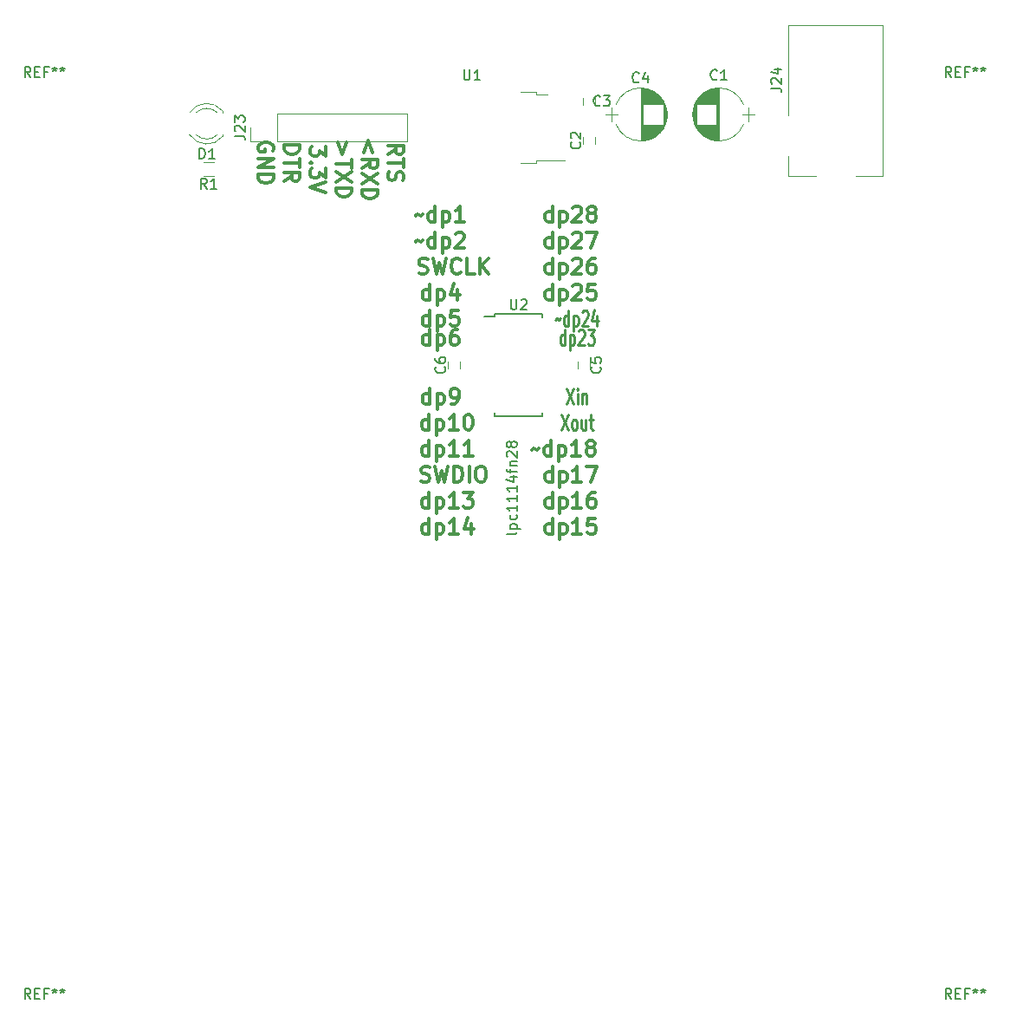
<source format=gbr>
G04 #@! TF.FileFunction,Legend,Top*
%FSLAX46Y46*%
G04 Gerber Fmt 4.6, Leading zero omitted, Abs format (unit mm)*
G04 Created by KiCad (PCBNEW 4.0.6) date 07/25/17 01:14:20*
%MOMM*%
%LPD*%
G01*
G04 APERTURE LIST*
%ADD10C,0.100000*%
%ADD11C,0.300000*%
%ADD12C,0.250000*%
%ADD13C,0.120000*%
%ADD14C,0.150000*%
G04 APERTURE END LIST*
D10*
D11*
X111875000Y-83312143D02*
X111946429Y-83169286D01*
X111946429Y-82955000D01*
X111875000Y-82740715D01*
X111732143Y-82597857D01*
X111589286Y-82526429D01*
X111303571Y-82455000D01*
X111089286Y-82455000D01*
X110803571Y-82526429D01*
X110660714Y-82597857D01*
X110517857Y-82740715D01*
X110446429Y-82955000D01*
X110446429Y-83097857D01*
X110517857Y-83312143D01*
X110589286Y-83383572D01*
X111089286Y-83383572D01*
X111089286Y-83097857D01*
X110446429Y-84026429D02*
X111946429Y-84026429D01*
X110446429Y-84883572D01*
X111946429Y-84883572D01*
X110446429Y-85597858D02*
X111946429Y-85597858D01*
X111946429Y-85955001D01*
X111875000Y-86169286D01*
X111732143Y-86312144D01*
X111589286Y-86383572D01*
X111303571Y-86455001D01*
X111089286Y-86455001D01*
X110803571Y-86383572D01*
X110660714Y-86312144D01*
X110517857Y-86169286D01*
X110446429Y-85955001D01*
X110446429Y-85597858D01*
X112986429Y-82740715D02*
X114486429Y-82740715D01*
X114486429Y-83097858D01*
X114415000Y-83312143D01*
X114272143Y-83455001D01*
X114129286Y-83526429D01*
X113843571Y-83597858D01*
X113629286Y-83597858D01*
X113343571Y-83526429D01*
X113200714Y-83455001D01*
X113057857Y-83312143D01*
X112986429Y-83097858D01*
X112986429Y-82740715D01*
X114486429Y-84026429D02*
X114486429Y-84883572D01*
X112986429Y-84455001D02*
X114486429Y-84455001D01*
X112986429Y-86240715D02*
X113700714Y-85740715D01*
X112986429Y-85383572D02*
X114486429Y-85383572D01*
X114486429Y-85955000D01*
X114415000Y-86097858D01*
X114343571Y-86169286D01*
X114200714Y-86240715D01*
X113986429Y-86240715D01*
X113843571Y-86169286D01*
X113772143Y-86097858D01*
X113700714Y-85955000D01*
X113700714Y-85383572D01*
X117026429Y-82875715D02*
X117026429Y-83804286D01*
X116455000Y-83304286D01*
X116455000Y-83518572D01*
X116383571Y-83661429D01*
X116312143Y-83732858D01*
X116169286Y-83804286D01*
X115812143Y-83804286D01*
X115669286Y-83732858D01*
X115597857Y-83661429D01*
X115526429Y-83518572D01*
X115526429Y-83090000D01*
X115597857Y-82947143D01*
X115669286Y-82875715D01*
X115669286Y-84447143D02*
X115597857Y-84518571D01*
X115526429Y-84447143D01*
X115597857Y-84375714D01*
X115669286Y-84447143D01*
X115526429Y-84447143D01*
X117026429Y-85018572D02*
X117026429Y-85947143D01*
X116455000Y-85447143D01*
X116455000Y-85661429D01*
X116383571Y-85804286D01*
X116312143Y-85875715D01*
X116169286Y-85947143D01*
X115812143Y-85947143D01*
X115669286Y-85875715D01*
X115597857Y-85804286D01*
X115526429Y-85661429D01*
X115526429Y-85232857D01*
X115597857Y-85090000D01*
X115669286Y-85018572D01*
X117026429Y-86375714D02*
X115526429Y-86875714D01*
X117026429Y-87375714D01*
X119066429Y-82482858D02*
X118637857Y-83625715D01*
X118209286Y-82482858D01*
X119566429Y-84125715D02*
X119566429Y-84982858D01*
X118066429Y-84554287D02*
X119566429Y-84554287D01*
X119566429Y-85340001D02*
X118066429Y-86340001D01*
X119566429Y-86340001D02*
X118066429Y-85340001D01*
X118066429Y-86911429D02*
X119566429Y-86911429D01*
X119566429Y-87268572D01*
X119495000Y-87482857D01*
X119352143Y-87625715D01*
X119209286Y-87697143D01*
X118923571Y-87768572D01*
X118709286Y-87768572D01*
X118423571Y-87697143D01*
X118280714Y-87625715D01*
X118137857Y-87482857D01*
X118066429Y-87268572D01*
X118066429Y-86911429D01*
X121606429Y-83447143D02*
X121177857Y-82304286D01*
X120749286Y-83447143D01*
X120606429Y-85018572D02*
X121320714Y-84518572D01*
X120606429Y-84161429D02*
X122106429Y-84161429D01*
X122106429Y-84732857D01*
X122035000Y-84875715D01*
X121963571Y-84947143D01*
X121820714Y-85018572D01*
X121606429Y-85018572D01*
X121463571Y-84947143D01*
X121392143Y-84875715D01*
X121320714Y-84732857D01*
X121320714Y-84161429D01*
X122106429Y-85518572D02*
X120606429Y-86518572D01*
X122106429Y-86518572D02*
X120606429Y-85518572D01*
X120606429Y-87090000D02*
X122106429Y-87090000D01*
X122106429Y-87447143D01*
X122035000Y-87661428D01*
X121892143Y-87804286D01*
X121749286Y-87875714D01*
X121463571Y-87947143D01*
X121249286Y-87947143D01*
X120963571Y-87875714D01*
X120820714Y-87804286D01*
X120677857Y-87661428D01*
X120606429Y-87447143D01*
X120606429Y-87090000D01*
X123146429Y-83633572D02*
X123860714Y-83133572D01*
X123146429Y-82776429D02*
X124646429Y-82776429D01*
X124646429Y-83347857D01*
X124575000Y-83490715D01*
X124503571Y-83562143D01*
X124360714Y-83633572D01*
X124146429Y-83633572D01*
X124003571Y-83562143D01*
X123932143Y-83490715D01*
X123860714Y-83347857D01*
X123860714Y-82776429D01*
X124646429Y-84062143D02*
X124646429Y-84919286D01*
X123146429Y-84490715D02*
X124646429Y-84490715D01*
X123217857Y-85347857D02*
X123146429Y-85562143D01*
X123146429Y-85919286D01*
X123217857Y-86062143D01*
X123289286Y-86133572D01*
X123432143Y-86205000D01*
X123575000Y-86205000D01*
X123717857Y-86133572D01*
X123789286Y-86062143D01*
X123860714Y-85919286D01*
X123932143Y-85633572D01*
X124003571Y-85490714D01*
X124075000Y-85419286D01*
X124217857Y-85347857D01*
X124360714Y-85347857D01*
X124503571Y-85419286D01*
X124575000Y-85490714D01*
X124646429Y-85633572D01*
X124646429Y-85990714D01*
X124575000Y-86205000D01*
X139184286Y-90213571D02*
X139184286Y-88713571D01*
X139184286Y-90142143D02*
X139041429Y-90213571D01*
X138755715Y-90213571D01*
X138612857Y-90142143D01*
X138541429Y-90070714D01*
X138470000Y-89927857D01*
X138470000Y-89499286D01*
X138541429Y-89356429D01*
X138612857Y-89285000D01*
X138755715Y-89213571D01*
X139041429Y-89213571D01*
X139184286Y-89285000D01*
X139898572Y-89213571D02*
X139898572Y-90713571D01*
X139898572Y-89285000D02*
X140041429Y-89213571D01*
X140327143Y-89213571D01*
X140470000Y-89285000D01*
X140541429Y-89356429D01*
X140612858Y-89499286D01*
X140612858Y-89927857D01*
X140541429Y-90070714D01*
X140470000Y-90142143D01*
X140327143Y-90213571D01*
X140041429Y-90213571D01*
X139898572Y-90142143D01*
X141184286Y-88856429D02*
X141255715Y-88785000D01*
X141398572Y-88713571D01*
X141755715Y-88713571D01*
X141898572Y-88785000D01*
X141970001Y-88856429D01*
X142041429Y-88999286D01*
X142041429Y-89142143D01*
X141970001Y-89356429D01*
X141112858Y-90213571D01*
X142041429Y-90213571D01*
X142898572Y-89356429D02*
X142755714Y-89285000D01*
X142684286Y-89213571D01*
X142612857Y-89070714D01*
X142612857Y-88999286D01*
X142684286Y-88856429D01*
X142755714Y-88785000D01*
X142898572Y-88713571D01*
X143184286Y-88713571D01*
X143327143Y-88785000D01*
X143398572Y-88856429D01*
X143470000Y-88999286D01*
X143470000Y-89070714D01*
X143398572Y-89213571D01*
X143327143Y-89285000D01*
X143184286Y-89356429D01*
X142898572Y-89356429D01*
X142755714Y-89427857D01*
X142684286Y-89499286D01*
X142612857Y-89642143D01*
X142612857Y-89927857D01*
X142684286Y-90070714D01*
X142755714Y-90142143D01*
X142898572Y-90213571D01*
X143184286Y-90213571D01*
X143327143Y-90142143D01*
X143398572Y-90070714D01*
X143470000Y-89927857D01*
X143470000Y-89642143D01*
X143398572Y-89499286D01*
X143327143Y-89427857D01*
X143184286Y-89356429D01*
X127119286Y-120693571D02*
X127119286Y-119193571D01*
X127119286Y-120622143D02*
X126976429Y-120693571D01*
X126690715Y-120693571D01*
X126547857Y-120622143D01*
X126476429Y-120550714D01*
X126405000Y-120407857D01*
X126405000Y-119979286D01*
X126476429Y-119836429D01*
X126547857Y-119765000D01*
X126690715Y-119693571D01*
X126976429Y-119693571D01*
X127119286Y-119765000D01*
X127833572Y-119693571D02*
X127833572Y-121193571D01*
X127833572Y-119765000D02*
X127976429Y-119693571D01*
X128262143Y-119693571D01*
X128405000Y-119765000D01*
X128476429Y-119836429D01*
X128547858Y-119979286D01*
X128547858Y-120407857D01*
X128476429Y-120550714D01*
X128405000Y-120622143D01*
X128262143Y-120693571D01*
X127976429Y-120693571D01*
X127833572Y-120622143D01*
X129976429Y-120693571D02*
X129119286Y-120693571D01*
X129547858Y-120693571D02*
X129547858Y-119193571D01*
X129405001Y-119407857D01*
X129262143Y-119550714D01*
X129119286Y-119622143D01*
X131262143Y-119693571D02*
X131262143Y-120693571D01*
X130905000Y-119122143D02*
X130547857Y-120193571D01*
X131476429Y-120193571D01*
X127119286Y-118153571D02*
X127119286Y-116653571D01*
X127119286Y-118082143D02*
X126976429Y-118153571D01*
X126690715Y-118153571D01*
X126547857Y-118082143D01*
X126476429Y-118010714D01*
X126405000Y-117867857D01*
X126405000Y-117439286D01*
X126476429Y-117296429D01*
X126547857Y-117225000D01*
X126690715Y-117153571D01*
X126976429Y-117153571D01*
X127119286Y-117225000D01*
X127833572Y-117153571D02*
X127833572Y-118653571D01*
X127833572Y-117225000D02*
X127976429Y-117153571D01*
X128262143Y-117153571D01*
X128405000Y-117225000D01*
X128476429Y-117296429D01*
X128547858Y-117439286D01*
X128547858Y-117867857D01*
X128476429Y-118010714D01*
X128405000Y-118082143D01*
X128262143Y-118153571D01*
X127976429Y-118153571D01*
X127833572Y-118082143D01*
X129976429Y-118153571D02*
X129119286Y-118153571D01*
X129547858Y-118153571D02*
X129547858Y-116653571D01*
X129405001Y-116867857D01*
X129262143Y-117010714D01*
X129119286Y-117082143D01*
X130476429Y-116653571D02*
X131405000Y-116653571D01*
X130905000Y-117225000D01*
X131119286Y-117225000D01*
X131262143Y-117296429D01*
X131333572Y-117367857D01*
X131405000Y-117510714D01*
X131405000Y-117867857D01*
X131333572Y-118010714D01*
X131262143Y-118082143D01*
X131119286Y-118153571D01*
X130690714Y-118153571D01*
X130547857Y-118082143D01*
X130476429Y-118010714D01*
X126361428Y-115542143D02*
X126575714Y-115613571D01*
X126932857Y-115613571D01*
X127075714Y-115542143D01*
X127147143Y-115470714D01*
X127218571Y-115327857D01*
X127218571Y-115185000D01*
X127147143Y-115042143D01*
X127075714Y-114970714D01*
X126932857Y-114899286D01*
X126647143Y-114827857D01*
X126504285Y-114756429D01*
X126432857Y-114685000D01*
X126361428Y-114542143D01*
X126361428Y-114399286D01*
X126432857Y-114256429D01*
X126504285Y-114185000D01*
X126647143Y-114113571D01*
X127004285Y-114113571D01*
X127218571Y-114185000D01*
X127718571Y-114113571D02*
X128075714Y-115613571D01*
X128361428Y-114542143D01*
X128647142Y-115613571D01*
X129004285Y-114113571D01*
X129575714Y-115613571D02*
X129575714Y-114113571D01*
X129932857Y-114113571D01*
X130147142Y-114185000D01*
X130290000Y-114327857D01*
X130361428Y-114470714D01*
X130432857Y-114756429D01*
X130432857Y-114970714D01*
X130361428Y-115256429D01*
X130290000Y-115399286D01*
X130147142Y-115542143D01*
X129932857Y-115613571D01*
X129575714Y-115613571D01*
X131075714Y-115613571D02*
X131075714Y-114113571D01*
X132075714Y-114113571D02*
X132361428Y-114113571D01*
X132504286Y-114185000D01*
X132647143Y-114327857D01*
X132718571Y-114613571D01*
X132718571Y-115113571D01*
X132647143Y-115399286D01*
X132504286Y-115542143D01*
X132361428Y-115613571D01*
X132075714Y-115613571D01*
X131932857Y-115542143D01*
X131790000Y-115399286D01*
X131718571Y-115113571D01*
X131718571Y-114613571D01*
X131790000Y-114327857D01*
X131932857Y-114185000D01*
X132075714Y-114113571D01*
X127119286Y-113073571D02*
X127119286Y-111573571D01*
X127119286Y-113002143D02*
X126976429Y-113073571D01*
X126690715Y-113073571D01*
X126547857Y-113002143D01*
X126476429Y-112930714D01*
X126405000Y-112787857D01*
X126405000Y-112359286D01*
X126476429Y-112216429D01*
X126547857Y-112145000D01*
X126690715Y-112073571D01*
X126976429Y-112073571D01*
X127119286Y-112145000D01*
X127833572Y-112073571D02*
X127833572Y-113573571D01*
X127833572Y-112145000D02*
X127976429Y-112073571D01*
X128262143Y-112073571D01*
X128405000Y-112145000D01*
X128476429Y-112216429D01*
X128547858Y-112359286D01*
X128547858Y-112787857D01*
X128476429Y-112930714D01*
X128405000Y-113002143D01*
X128262143Y-113073571D01*
X127976429Y-113073571D01*
X127833572Y-113002143D01*
X129976429Y-113073571D02*
X129119286Y-113073571D01*
X129547858Y-113073571D02*
X129547858Y-111573571D01*
X129405001Y-111787857D01*
X129262143Y-111930714D01*
X129119286Y-112002143D01*
X131405000Y-113073571D02*
X130547857Y-113073571D01*
X130976429Y-113073571D02*
X130976429Y-111573571D01*
X130833572Y-111787857D01*
X130690714Y-111930714D01*
X130547857Y-112002143D01*
X127119286Y-110533571D02*
X127119286Y-109033571D01*
X127119286Y-110462143D02*
X126976429Y-110533571D01*
X126690715Y-110533571D01*
X126547857Y-110462143D01*
X126476429Y-110390714D01*
X126405000Y-110247857D01*
X126405000Y-109819286D01*
X126476429Y-109676429D01*
X126547857Y-109605000D01*
X126690715Y-109533571D01*
X126976429Y-109533571D01*
X127119286Y-109605000D01*
X127833572Y-109533571D02*
X127833572Y-111033571D01*
X127833572Y-109605000D02*
X127976429Y-109533571D01*
X128262143Y-109533571D01*
X128405000Y-109605000D01*
X128476429Y-109676429D01*
X128547858Y-109819286D01*
X128547858Y-110247857D01*
X128476429Y-110390714D01*
X128405000Y-110462143D01*
X128262143Y-110533571D01*
X127976429Y-110533571D01*
X127833572Y-110462143D01*
X129976429Y-110533571D02*
X129119286Y-110533571D01*
X129547858Y-110533571D02*
X129547858Y-109033571D01*
X129405001Y-109247857D01*
X129262143Y-109390714D01*
X129119286Y-109462143D01*
X130905000Y-109033571D02*
X131047857Y-109033571D01*
X131190714Y-109105000D01*
X131262143Y-109176429D01*
X131333572Y-109319286D01*
X131405000Y-109605000D01*
X131405000Y-109962143D01*
X131333572Y-110247857D01*
X131262143Y-110390714D01*
X131190714Y-110462143D01*
X131047857Y-110533571D01*
X130905000Y-110533571D01*
X130762143Y-110462143D01*
X130690714Y-110390714D01*
X130619286Y-110247857D01*
X130547857Y-109962143D01*
X130547857Y-109605000D01*
X130619286Y-109319286D01*
X130690714Y-109176429D01*
X130762143Y-109105000D01*
X130905000Y-109033571D01*
X127198572Y-107993571D02*
X127198572Y-106493571D01*
X127198572Y-107922143D02*
X127055715Y-107993571D01*
X126770001Y-107993571D01*
X126627143Y-107922143D01*
X126555715Y-107850714D01*
X126484286Y-107707857D01*
X126484286Y-107279286D01*
X126555715Y-107136429D01*
X126627143Y-107065000D01*
X126770001Y-106993571D01*
X127055715Y-106993571D01*
X127198572Y-107065000D01*
X127912858Y-106993571D02*
X127912858Y-108493571D01*
X127912858Y-107065000D02*
X128055715Y-106993571D01*
X128341429Y-106993571D01*
X128484286Y-107065000D01*
X128555715Y-107136429D01*
X128627144Y-107279286D01*
X128627144Y-107707857D01*
X128555715Y-107850714D01*
X128484286Y-107922143D01*
X128341429Y-107993571D01*
X128055715Y-107993571D01*
X127912858Y-107922143D01*
X129341429Y-107993571D02*
X129627144Y-107993571D01*
X129770001Y-107922143D01*
X129841429Y-107850714D01*
X129984287Y-107636429D01*
X130055715Y-107350714D01*
X130055715Y-106779286D01*
X129984287Y-106636429D01*
X129912858Y-106565000D01*
X129770001Y-106493571D01*
X129484287Y-106493571D01*
X129341429Y-106565000D01*
X129270001Y-106636429D01*
X129198572Y-106779286D01*
X129198572Y-107136429D01*
X129270001Y-107279286D01*
X129341429Y-107350714D01*
X129484287Y-107422143D01*
X129770001Y-107422143D01*
X129912858Y-107350714D01*
X129984287Y-107279286D01*
X130055715Y-107136429D01*
X127198572Y-102278571D02*
X127198572Y-100778571D01*
X127198572Y-102207143D02*
X127055715Y-102278571D01*
X126770001Y-102278571D01*
X126627143Y-102207143D01*
X126555715Y-102135714D01*
X126484286Y-101992857D01*
X126484286Y-101564286D01*
X126555715Y-101421429D01*
X126627143Y-101350000D01*
X126770001Y-101278571D01*
X127055715Y-101278571D01*
X127198572Y-101350000D01*
X127912858Y-101278571D02*
X127912858Y-102778571D01*
X127912858Y-101350000D02*
X128055715Y-101278571D01*
X128341429Y-101278571D01*
X128484286Y-101350000D01*
X128555715Y-101421429D01*
X128627144Y-101564286D01*
X128627144Y-101992857D01*
X128555715Y-102135714D01*
X128484286Y-102207143D01*
X128341429Y-102278571D01*
X128055715Y-102278571D01*
X127912858Y-102207143D01*
X129912858Y-100778571D02*
X129627144Y-100778571D01*
X129484287Y-100850000D01*
X129412858Y-100921429D01*
X129270001Y-101135714D01*
X129198572Y-101421429D01*
X129198572Y-101992857D01*
X129270001Y-102135714D01*
X129341429Y-102207143D01*
X129484287Y-102278571D01*
X129770001Y-102278571D01*
X129912858Y-102207143D01*
X129984287Y-102135714D01*
X130055715Y-101992857D01*
X130055715Y-101635714D01*
X129984287Y-101492857D01*
X129912858Y-101421429D01*
X129770001Y-101350000D01*
X129484287Y-101350000D01*
X129341429Y-101421429D01*
X129270001Y-101492857D01*
X129198572Y-101635714D01*
X127198572Y-100373571D02*
X127198572Y-98873571D01*
X127198572Y-100302143D02*
X127055715Y-100373571D01*
X126770001Y-100373571D01*
X126627143Y-100302143D01*
X126555715Y-100230714D01*
X126484286Y-100087857D01*
X126484286Y-99659286D01*
X126555715Y-99516429D01*
X126627143Y-99445000D01*
X126770001Y-99373571D01*
X127055715Y-99373571D01*
X127198572Y-99445000D01*
X127912858Y-99373571D02*
X127912858Y-100873571D01*
X127912858Y-99445000D02*
X128055715Y-99373571D01*
X128341429Y-99373571D01*
X128484286Y-99445000D01*
X128555715Y-99516429D01*
X128627144Y-99659286D01*
X128627144Y-100087857D01*
X128555715Y-100230714D01*
X128484286Y-100302143D01*
X128341429Y-100373571D01*
X128055715Y-100373571D01*
X127912858Y-100302143D01*
X129984287Y-98873571D02*
X129270001Y-98873571D01*
X129198572Y-99587857D01*
X129270001Y-99516429D01*
X129412858Y-99445000D01*
X129770001Y-99445000D01*
X129912858Y-99516429D01*
X129984287Y-99587857D01*
X130055715Y-99730714D01*
X130055715Y-100087857D01*
X129984287Y-100230714D01*
X129912858Y-100302143D01*
X129770001Y-100373571D01*
X129412858Y-100373571D01*
X129270001Y-100302143D01*
X129198572Y-100230714D01*
X127198572Y-97833571D02*
X127198572Y-96333571D01*
X127198572Y-97762143D02*
X127055715Y-97833571D01*
X126770001Y-97833571D01*
X126627143Y-97762143D01*
X126555715Y-97690714D01*
X126484286Y-97547857D01*
X126484286Y-97119286D01*
X126555715Y-96976429D01*
X126627143Y-96905000D01*
X126770001Y-96833571D01*
X127055715Y-96833571D01*
X127198572Y-96905000D01*
X127912858Y-96833571D02*
X127912858Y-98333571D01*
X127912858Y-96905000D02*
X128055715Y-96833571D01*
X128341429Y-96833571D01*
X128484286Y-96905000D01*
X128555715Y-96976429D01*
X128627144Y-97119286D01*
X128627144Y-97547857D01*
X128555715Y-97690714D01*
X128484286Y-97762143D01*
X128341429Y-97833571D01*
X128055715Y-97833571D01*
X127912858Y-97762143D01*
X129912858Y-96833571D02*
X129912858Y-97833571D01*
X129555715Y-96262143D02*
X129198572Y-97333571D01*
X130127144Y-97333571D01*
X126147143Y-95222143D02*
X126361429Y-95293571D01*
X126718572Y-95293571D01*
X126861429Y-95222143D01*
X126932858Y-95150714D01*
X127004286Y-95007857D01*
X127004286Y-94865000D01*
X126932858Y-94722143D01*
X126861429Y-94650714D01*
X126718572Y-94579286D01*
X126432858Y-94507857D01*
X126290000Y-94436429D01*
X126218572Y-94365000D01*
X126147143Y-94222143D01*
X126147143Y-94079286D01*
X126218572Y-93936429D01*
X126290000Y-93865000D01*
X126432858Y-93793571D01*
X126790000Y-93793571D01*
X127004286Y-93865000D01*
X127504286Y-93793571D02*
X127861429Y-95293571D01*
X128147143Y-94222143D01*
X128432857Y-95293571D01*
X128790000Y-93793571D01*
X130218572Y-95150714D02*
X130147143Y-95222143D01*
X129932857Y-95293571D01*
X129790000Y-95293571D01*
X129575715Y-95222143D01*
X129432857Y-95079286D01*
X129361429Y-94936429D01*
X129290000Y-94650714D01*
X129290000Y-94436429D01*
X129361429Y-94150714D01*
X129432857Y-94007857D01*
X129575715Y-93865000D01*
X129790000Y-93793571D01*
X129932857Y-93793571D01*
X130147143Y-93865000D01*
X130218572Y-93936429D01*
X131575715Y-95293571D02*
X130861429Y-95293571D01*
X130861429Y-93793571D01*
X132075715Y-95293571D02*
X132075715Y-93793571D01*
X132932858Y-95293571D02*
X132290001Y-94436429D01*
X132932858Y-93793571D02*
X132075715Y-94650714D01*
X125805714Y-92182143D02*
X125877143Y-92110714D01*
X126020000Y-92039286D01*
X126305714Y-92182143D01*
X126448571Y-92110714D01*
X126520000Y-92039286D01*
X127734286Y-92753571D02*
X127734286Y-91253571D01*
X127734286Y-92682143D02*
X127591429Y-92753571D01*
X127305715Y-92753571D01*
X127162857Y-92682143D01*
X127091429Y-92610714D01*
X127020000Y-92467857D01*
X127020000Y-92039286D01*
X127091429Y-91896429D01*
X127162857Y-91825000D01*
X127305715Y-91753571D01*
X127591429Y-91753571D01*
X127734286Y-91825000D01*
X128448572Y-91753571D02*
X128448572Y-93253571D01*
X128448572Y-91825000D02*
X128591429Y-91753571D01*
X128877143Y-91753571D01*
X129020000Y-91825000D01*
X129091429Y-91896429D01*
X129162858Y-92039286D01*
X129162858Y-92467857D01*
X129091429Y-92610714D01*
X129020000Y-92682143D01*
X128877143Y-92753571D01*
X128591429Y-92753571D01*
X128448572Y-92682143D01*
X129734286Y-91396429D02*
X129805715Y-91325000D01*
X129948572Y-91253571D01*
X130305715Y-91253571D01*
X130448572Y-91325000D01*
X130520001Y-91396429D01*
X130591429Y-91539286D01*
X130591429Y-91682143D01*
X130520001Y-91896429D01*
X129662858Y-92753571D01*
X130591429Y-92753571D01*
X125805714Y-89642143D02*
X125877143Y-89570714D01*
X126020000Y-89499286D01*
X126305714Y-89642143D01*
X126448571Y-89570714D01*
X126520000Y-89499286D01*
X127734286Y-90213571D02*
X127734286Y-88713571D01*
X127734286Y-90142143D02*
X127591429Y-90213571D01*
X127305715Y-90213571D01*
X127162857Y-90142143D01*
X127091429Y-90070714D01*
X127020000Y-89927857D01*
X127020000Y-89499286D01*
X127091429Y-89356429D01*
X127162857Y-89285000D01*
X127305715Y-89213571D01*
X127591429Y-89213571D01*
X127734286Y-89285000D01*
X128448572Y-89213571D02*
X128448572Y-90713571D01*
X128448572Y-89285000D02*
X128591429Y-89213571D01*
X128877143Y-89213571D01*
X129020000Y-89285000D01*
X129091429Y-89356429D01*
X129162858Y-89499286D01*
X129162858Y-89927857D01*
X129091429Y-90070714D01*
X129020000Y-90142143D01*
X128877143Y-90213571D01*
X128591429Y-90213571D01*
X128448572Y-90142143D01*
X130591429Y-90213571D02*
X129734286Y-90213571D01*
X130162858Y-90213571D02*
X130162858Y-88713571D01*
X130020001Y-88927857D01*
X129877143Y-89070714D01*
X129734286Y-89142143D01*
D12*
X140414524Y-102278571D02*
X140414524Y-100778571D01*
X140414524Y-102207143D02*
X140319286Y-102278571D01*
X140128809Y-102278571D01*
X140033571Y-102207143D01*
X139985952Y-102135714D01*
X139938333Y-101992857D01*
X139938333Y-101564286D01*
X139985952Y-101421429D01*
X140033571Y-101350000D01*
X140128809Y-101278571D01*
X140319286Y-101278571D01*
X140414524Y-101350000D01*
X140890714Y-101278571D02*
X140890714Y-102778571D01*
X140890714Y-101350000D02*
X140985952Y-101278571D01*
X141176429Y-101278571D01*
X141271667Y-101350000D01*
X141319286Y-101421429D01*
X141366905Y-101564286D01*
X141366905Y-101992857D01*
X141319286Y-102135714D01*
X141271667Y-102207143D01*
X141176429Y-102278571D01*
X140985952Y-102278571D01*
X140890714Y-102207143D01*
X141747857Y-100921429D02*
X141795476Y-100850000D01*
X141890714Y-100778571D01*
X142128810Y-100778571D01*
X142224048Y-100850000D01*
X142271667Y-100921429D01*
X142319286Y-101064286D01*
X142319286Y-101207143D01*
X142271667Y-101421429D01*
X141700238Y-102278571D01*
X142319286Y-102278571D01*
X142652619Y-100778571D02*
X143271667Y-100778571D01*
X142938333Y-101350000D01*
X143081191Y-101350000D01*
X143176429Y-101421429D01*
X143224048Y-101492857D01*
X143271667Y-101635714D01*
X143271667Y-101992857D01*
X143224048Y-102135714D01*
X143176429Y-102207143D01*
X143081191Y-102278571D01*
X142795476Y-102278571D01*
X142700238Y-102207143D01*
X142652619Y-102135714D01*
X139485952Y-99802143D02*
X139533571Y-99730714D01*
X139628809Y-99659286D01*
X139819285Y-99802143D01*
X139914524Y-99730714D01*
X139962143Y-99659286D01*
X140771667Y-100373571D02*
X140771667Y-98873571D01*
X140771667Y-100302143D02*
X140676429Y-100373571D01*
X140485952Y-100373571D01*
X140390714Y-100302143D01*
X140343095Y-100230714D01*
X140295476Y-100087857D01*
X140295476Y-99659286D01*
X140343095Y-99516429D01*
X140390714Y-99445000D01*
X140485952Y-99373571D01*
X140676429Y-99373571D01*
X140771667Y-99445000D01*
X141247857Y-99373571D02*
X141247857Y-100873571D01*
X141247857Y-99445000D02*
X141343095Y-99373571D01*
X141533572Y-99373571D01*
X141628810Y-99445000D01*
X141676429Y-99516429D01*
X141724048Y-99659286D01*
X141724048Y-100087857D01*
X141676429Y-100230714D01*
X141628810Y-100302143D01*
X141533572Y-100373571D01*
X141343095Y-100373571D01*
X141247857Y-100302143D01*
X142105000Y-99016429D02*
X142152619Y-98945000D01*
X142247857Y-98873571D01*
X142485953Y-98873571D01*
X142581191Y-98945000D01*
X142628810Y-99016429D01*
X142676429Y-99159286D01*
X142676429Y-99302143D01*
X142628810Y-99516429D01*
X142057381Y-100373571D01*
X142676429Y-100373571D01*
X143533572Y-99373571D02*
X143533572Y-100373571D01*
X143295476Y-98802143D02*
X143057381Y-99873571D01*
X143676429Y-99873571D01*
D11*
X139184286Y-97833571D02*
X139184286Y-96333571D01*
X139184286Y-97762143D02*
X139041429Y-97833571D01*
X138755715Y-97833571D01*
X138612857Y-97762143D01*
X138541429Y-97690714D01*
X138470000Y-97547857D01*
X138470000Y-97119286D01*
X138541429Y-96976429D01*
X138612857Y-96905000D01*
X138755715Y-96833571D01*
X139041429Y-96833571D01*
X139184286Y-96905000D01*
X139898572Y-96833571D02*
X139898572Y-98333571D01*
X139898572Y-96905000D02*
X140041429Y-96833571D01*
X140327143Y-96833571D01*
X140470000Y-96905000D01*
X140541429Y-96976429D01*
X140612858Y-97119286D01*
X140612858Y-97547857D01*
X140541429Y-97690714D01*
X140470000Y-97762143D01*
X140327143Y-97833571D01*
X140041429Y-97833571D01*
X139898572Y-97762143D01*
X141184286Y-96476429D02*
X141255715Y-96405000D01*
X141398572Y-96333571D01*
X141755715Y-96333571D01*
X141898572Y-96405000D01*
X141970001Y-96476429D01*
X142041429Y-96619286D01*
X142041429Y-96762143D01*
X141970001Y-96976429D01*
X141112858Y-97833571D01*
X142041429Y-97833571D01*
X143398572Y-96333571D02*
X142684286Y-96333571D01*
X142612857Y-97047857D01*
X142684286Y-96976429D01*
X142827143Y-96905000D01*
X143184286Y-96905000D01*
X143327143Y-96976429D01*
X143398572Y-97047857D01*
X143470000Y-97190714D01*
X143470000Y-97547857D01*
X143398572Y-97690714D01*
X143327143Y-97762143D01*
X143184286Y-97833571D01*
X142827143Y-97833571D01*
X142684286Y-97762143D01*
X142612857Y-97690714D01*
X139184286Y-95293571D02*
X139184286Y-93793571D01*
X139184286Y-95222143D02*
X139041429Y-95293571D01*
X138755715Y-95293571D01*
X138612857Y-95222143D01*
X138541429Y-95150714D01*
X138470000Y-95007857D01*
X138470000Y-94579286D01*
X138541429Y-94436429D01*
X138612857Y-94365000D01*
X138755715Y-94293571D01*
X139041429Y-94293571D01*
X139184286Y-94365000D01*
X139898572Y-94293571D02*
X139898572Y-95793571D01*
X139898572Y-94365000D02*
X140041429Y-94293571D01*
X140327143Y-94293571D01*
X140470000Y-94365000D01*
X140541429Y-94436429D01*
X140612858Y-94579286D01*
X140612858Y-95007857D01*
X140541429Y-95150714D01*
X140470000Y-95222143D01*
X140327143Y-95293571D01*
X140041429Y-95293571D01*
X139898572Y-95222143D01*
X141184286Y-93936429D02*
X141255715Y-93865000D01*
X141398572Y-93793571D01*
X141755715Y-93793571D01*
X141898572Y-93865000D01*
X141970001Y-93936429D01*
X142041429Y-94079286D01*
X142041429Y-94222143D01*
X141970001Y-94436429D01*
X141112858Y-95293571D01*
X142041429Y-95293571D01*
X143327143Y-93793571D02*
X143041429Y-93793571D01*
X142898572Y-93865000D01*
X142827143Y-93936429D01*
X142684286Y-94150714D01*
X142612857Y-94436429D01*
X142612857Y-95007857D01*
X142684286Y-95150714D01*
X142755714Y-95222143D01*
X142898572Y-95293571D01*
X143184286Y-95293571D01*
X143327143Y-95222143D01*
X143398572Y-95150714D01*
X143470000Y-95007857D01*
X143470000Y-94650714D01*
X143398572Y-94507857D01*
X143327143Y-94436429D01*
X143184286Y-94365000D01*
X142898572Y-94365000D01*
X142755714Y-94436429D01*
X142684286Y-94507857D01*
X142612857Y-94650714D01*
X139184286Y-92753571D02*
X139184286Y-91253571D01*
X139184286Y-92682143D02*
X139041429Y-92753571D01*
X138755715Y-92753571D01*
X138612857Y-92682143D01*
X138541429Y-92610714D01*
X138470000Y-92467857D01*
X138470000Y-92039286D01*
X138541429Y-91896429D01*
X138612857Y-91825000D01*
X138755715Y-91753571D01*
X139041429Y-91753571D01*
X139184286Y-91825000D01*
X139898572Y-91753571D02*
X139898572Y-93253571D01*
X139898572Y-91825000D02*
X140041429Y-91753571D01*
X140327143Y-91753571D01*
X140470000Y-91825000D01*
X140541429Y-91896429D01*
X140612858Y-92039286D01*
X140612858Y-92467857D01*
X140541429Y-92610714D01*
X140470000Y-92682143D01*
X140327143Y-92753571D01*
X140041429Y-92753571D01*
X139898572Y-92682143D01*
X141184286Y-91396429D02*
X141255715Y-91325000D01*
X141398572Y-91253571D01*
X141755715Y-91253571D01*
X141898572Y-91325000D01*
X141970001Y-91396429D01*
X142041429Y-91539286D01*
X142041429Y-91682143D01*
X141970001Y-91896429D01*
X141112858Y-92753571D01*
X142041429Y-92753571D01*
X142541429Y-91253571D02*
X143541429Y-91253571D01*
X142898572Y-92753571D01*
X139184286Y-90213571D02*
X139184286Y-88713571D01*
X139184286Y-90142143D02*
X139041429Y-90213571D01*
X138755715Y-90213571D01*
X138612857Y-90142143D01*
X138541429Y-90070714D01*
X138470000Y-89927857D01*
X138470000Y-89499286D01*
X138541429Y-89356429D01*
X138612857Y-89285000D01*
X138755715Y-89213571D01*
X139041429Y-89213571D01*
X139184286Y-89285000D01*
X139898572Y-89213571D02*
X139898572Y-90713571D01*
X139898572Y-89285000D02*
X140041429Y-89213571D01*
X140327143Y-89213571D01*
X140470000Y-89285000D01*
X140541429Y-89356429D01*
X140612858Y-89499286D01*
X140612858Y-89927857D01*
X140541429Y-90070714D01*
X140470000Y-90142143D01*
X140327143Y-90213571D01*
X140041429Y-90213571D01*
X139898572Y-90142143D01*
X141184286Y-88856429D02*
X141255715Y-88785000D01*
X141398572Y-88713571D01*
X141755715Y-88713571D01*
X141898572Y-88785000D01*
X141970001Y-88856429D01*
X142041429Y-88999286D01*
X142041429Y-89142143D01*
X141970001Y-89356429D01*
X141112858Y-90213571D01*
X142041429Y-90213571D01*
X142898572Y-89356429D02*
X142755714Y-89285000D01*
X142684286Y-89213571D01*
X142612857Y-89070714D01*
X142612857Y-88999286D01*
X142684286Y-88856429D01*
X142755714Y-88785000D01*
X142898572Y-88713571D01*
X143184286Y-88713571D01*
X143327143Y-88785000D01*
X143398572Y-88856429D01*
X143470000Y-88999286D01*
X143470000Y-89070714D01*
X143398572Y-89213571D01*
X143327143Y-89285000D01*
X143184286Y-89356429D01*
X142898572Y-89356429D01*
X142755714Y-89427857D01*
X142684286Y-89499286D01*
X142612857Y-89642143D01*
X142612857Y-89927857D01*
X142684286Y-90070714D01*
X142755714Y-90142143D01*
X142898572Y-90213571D01*
X143184286Y-90213571D01*
X143327143Y-90142143D01*
X143398572Y-90070714D01*
X143470000Y-89927857D01*
X143470000Y-89642143D01*
X143398572Y-89499286D01*
X143327143Y-89427857D01*
X143184286Y-89356429D01*
D12*
X140581191Y-106493571D02*
X141247858Y-107993571D01*
X141247858Y-106493571D02*
X140581191Y-107993571D01*
X141628810Y-107993571D02*
X141628810Y-106993571D01*
X141628810Y-106493571D02*
X141581191Y-106565000D01*
X141628810Y-106636429D01*
X141676429Y-106565000D01*
X141628810Y-106493571D01*
X141628810Y-106636429D01*
X142105000Y-106993571D02*
X142105000Y-107993571D01*
X142105000Y-107136429D02*
X142152619Y-107065000D01*
X142247857Y-106993571D01*
X142390715Y-106993571D01*
X142485953Y-107065000D01*
X142533572Y-107207857D01*
X142533572Y-107993571D01*
X140081190Y-109033571D02*
X140747857Y-110533571D01*
X140747857Y-109033571D02*
X140081190Y-110533571D01*
X141271666Y-110533571D02*
X141176428Y-110462143D01*
X141128809Y-110390714D01*
X141081190Y-110247857D01*
X141081190Y-109819286D01*
X141128809Y-109676429D01*
X141176428Y-109605000D01*
X141271666Y-109533571D01*
X141414524Y-109533571D01*
X141509762Y-109605000D01*
X141557381Y-109676429D01*
X141605000Y-109819286D01*
X141605000Y-110247857D01*
X141557381Y-110390714D01*
X141509762Y-110462143D01*
X141414524Y-110533571D01*
X141271666Y-110533571D01*
X142462143Y-109533571D02*
X142462143Y-110533571D01*
X142033571Y-109533571D02*
X142033571Y-110319286D01*
X142081190Y-110462143D01*
X142176428Y-110533571D01*
X142319286Y-110533571D01*
X142414524Y-110462143D01*
X142462143Y-110390714D01*
X142795476Y-109533571D02*
X143176428Y-109533571D01*
X142938333Y-109033571D02*
X142938333Y-110319286D01*
X142985952Y-110462143D01*
X143081190Y-110533571D01*
X143176428Y-110533571D01*
D11*
X137156429Y-112502143D02*
X137227858Y-112430714D01*
X137370715Y-112359286D01*
X137656429Y-112502143D01*
X137799286Y-112430714D01*
X137870715Y-112359286D01*
X139085001Y-113073571D02*
X139085001Y-111573571D01*
X139085001Y-113002143D02*
X138942144Y-113073571D01*
X138656430Y-113073571D01*
X138513572Y-113002143D01*
X138442144Y-112930714D01*
X138370715Y-112787857D01*
X138370715Y-112359286D01*
X138442144Y-112216429D01*
X138513572Y-112145000D01*
X138656430Y-112073571D01*
X138942144Y-112073571D01*
X139085001Y-112145000D01*
X139799287Y-112073571D02*
X139799287Y-113573571D01*
X139799287Y-112145000D02*
X139942144Y-112073571D01*
X140227858Y-112073571D01*
X140370715Y-112145000D01*
X140442144Y-112216429D01*
X140513573Y-112359286D01*
X140513573Y-112787857D01*
X140442144Y-112930714D01*
X140370715Y-113002143D01*
X140227858Y-113073571D01*
X139942144Y-113073571D01*
X139799287Y-113002143D01*
X141942144Y-113073571D02*
X141085001Y-113073571D01*
X141513573Y-113073571D02*
X141513573Y-111573571D01*
X141370716Y-111787857D01*
X141227858Y-111930714D01*
X141085001Y-112002143D01*
X142799287Y-112216429D02*
X142656429Y-112145000D01*
X142585001Y-112073571D01*
X142513572Y-111930714D01*
X142513572Y-111859286D01*
X142585001Y-111716429D01*
X142656429Y-111645000D01*
X142799287Y-111573571D01*
X143085001Y-111573571D01*
X143227858Y-111645000D01*
X143299287Y-111716429D01*
X143370715Y-111859286D01*
X143370715Y-111930714D01*
X143299287Y-112073571D01*
X143227858Y-112145000D01*
X143085001Y-112216429D01*
X142799287Y-112216429D01*
X142656429Y-112287857D01*
X142585001Y-112359286D01*
X142513572Y-112502143D01*
X142513572Y-112787857D01*
X142585001Y-112930714D01*
X142656429Y-113002143D01*
X142799287Y-113073571D01*
X143085001Y-113073571D01*
X143227858Y-113002143D01*
X143299287Y-112930714D01*
X143370715Y-112787857D01*
X143370715Y-112502143D01*
X143299287Y-112359286D01*
X143227858Y-112287857D01*
X143085001Y-112216429D01*
X139184286Y-115613571D02*
X139184286Y-114113571D01*
X139184286Y-115542143D02*
X139041429Y-115613571D01*
X138755715Y-115613571D01*
X138612857Y-115542143D01*
X138541429Y-115470714D01*
X138470000Y-115327857D01*
X138470000Y-114899286D01*
X138541429Y-114756429D01*
X138612857Y-114685000D01*
X138755715Y-114613571D01*
X139041429Y-114613571D01*
X139184286Y-114685000D01*
X139898572Y-114613571D02*
X139898572Y-116113571D01*
X139898572Y-114685000D02*
X140041429Y-114613571D01*
X140327143Y-114613571D01*
X140470000Y-114685000D01*
X140541429Y-114756429D01*
X140612858Y-114899286D01*
X140612858Y-115327857D01*
X140541429Y-115470714D01*
X140470000Y-115542143D01*
X140327143Y-115613571D01*
X140041429Y-115613571D01*
X139898572Y-115542143D01*
X142041429Y-115613571D02*
X141184286Y-115613571D01*
X141612858Y-115613571D02*
X141612858Y-114113571D01*
X141470001Y-114327857D01*
X141327143Y-114470714D01*
X141184286Y-114542143D01*
X142541429Y-114113571D02*
X143541429Y-114113571D01*
X142898572Y-115613571D01*
X139184286Y-118153571D02*
X139184286Y-116653571D01*
X139184286Y-118082143D02*
X139041429Y-118153571D01*
X138755715Y-118153571D01*
X138612857Y-118082143D01*
X138541429Y-118010714D01*
X138470000Y-117867857D01*
X138470000Y-117439286D01*
X138541429Y-117296429D01*
X138612857Y-117225000D01*
X138755715Y-117153571D01*
X139041429Y-117153571D01*
X139184286Y-117225000D01*
X139898572Y-117153571D02*
X139898572Y-118653571D01*
X139898572Y-117225000D02*
X140041429Y-117153571D01*
X140327143Y-117153571D01*
X140470000Y-117225000D01*
X140541429Y-117296429D01*
X140612858Y-117439286D01*
X140612858Y-117867857D01*
X140541429Y-118010714D01*
X140470000Y-118082143D01*
X140327143Y-118153571D01*
X140041429Y-118153571D01*
X139898572Y-118082143D01*
X142041429Y-118153571D02*
X141184286Y-118153571D01*
X141612858Y-118153571D02*
X141612858Y-116653571D01*
X141470001Y-116867857D01*
X141327143Y-117010714D01*
X141184286Y-117082143D01*
X143327143Y-116653571D02*
X143041429Y-116653571D01*
X142898572Y-116725000D01*
X142827143Y-116796429D01*
X142684286Y-117010714D01*
X142612857Y-117296429D01*
X142612857Y-117867857D01*
X142684286Y-118010714D01*
X142755714Y-118082143D01*
X142898572Y-118153571D01*
X143184286Y-118153571D01*
X143327143Y-118082143D01*
X143398572Y-118010714D01*
X143470000Y-117867857D01*
X143470000Y-117510714D01*
X143398572Y-117367857D01*
X143327143Y-117296429D01*
X143184286Y-117225000D01*
X142898572Y-117225000D01*
X142755714Y-117296429D01*
X142684286Y-117367857D01*
X142612857Y-117510714D01*
X139184286Y-120693571D02*
X139184286Y-119193571D01*
X139184286Y-120622143D02*
X139041429Y-120693571D01*
X138755715Y-120693571D01*
X138612857Y-120622143D01*
X138541429Y-120550714D01*
X138470000Y-120407857D01*
X138470000Y-119979286D01*
X138541429Y-119836429D01*
X138612857Y-119765000D01*
X138755715Y-119693571D01*
X139041429Y-119693571D01*
X139184286Y-119765000D01*
X139898572Y-119693571D02*
X139898572Y-121193571D01*
X139898572Y-119765000D02*
X140041429Y-119693571D01*
X140327143Y-119693571D01*
X140470000Y-119765000D01*
X140541429Y-119836429D01*
X140612858Y-119979286D01*
X140612858Y-120407857D01*
X140541429Y-120550714D01*
X140470000Y-120622143D01*
X140327143Y-120693571D01*
X140041429Y-120693571D01*
X139898572Y-120622143D01*
X142041429Y-120693571D02*
X141184286Y-120693571D01*
X141612858Y-120693571D02*
X141612858Y-119193571D01*
X141470001Y-119407857D01*
X141327143Y-119550714D01*
X141184286Y-119622143D01*
X143398572Y-119193571D02*
X142684286Y-119193571D01*
X142612857Y-119907857D01*
X142684286Y-119836429D01*
X142827143Y-119765000D01*
X143184286Y-119765000D01*
X143327143Y-119836429D01*
X143398572Y-119907857D01*
X143470000Y-120050714D01*
X143470000Y-120407857D01*
X143398572Y-120550714D01*
X143327143Y-120622143D01*
X143184286Y-120693571D01*
X142827143Y-120693571D01*
X142684286Y-120622143D01*
X142612857Y-120550714D01*
D13*
X155470000Y-82290000D02*
X155470000Y-77190000D01*
X155430000Y-82290000D02*
X155430000Y-77190000D01*
X155390000Y-82289000D02*
X155390000Y-77191000D01*
X155350000Y-82288000D02*
X155350000Y-77192000D01*
X155310000Y-82286000D02*
X155310000Y-77194000D01*
X155270000Y-82283000D02*
X155270000Y-77197000D01*
X155230000Y-82279000D02*
X155230000Y-77201000D01*
X155190000Y-82275000D02*
X155190000Y-80720000D01*
X155190000Y-78760000D02*
X155190000Y-77205000D01*
X155150000Y-82271000D02*
X155150000Y-80720000D01*
X155150000Y-78760000D02*
X155150000Y-77209000D01*
X155110000Y-82265000D02*
X155110000Y-80720000D01*
X155110000Y-78760000D02*
X155110000Y-77215000D01*
X155070000Y-82259000D02*
X155070000Y-80720000D01*
X155070000Y-78760000D02*
X155070000Y-77221000D01*
X155030000Y-82253000D02*
X155030000Y-80720000D01*
X155030000Y-78760000D02*
X155030000Y-77227000D01*
X154990000Y-82246000D02*
X154990000Y-80720000D01*
X154990000Y-78760000D02*
X154990000Y-77234000D01*
X154950000Y-82238000D02*
X154950000Y-80720000D01*
X154950000Y-78760000D02*
X154950000Y-77242000D01*
X154910000Y-82229000D02*
X154910000Y-80720000D01*
X154910000Y-78760000D02*
X154910000Y-77251000D01*
X154870000Y-82220000D02*
X154870000Y-80720000D01*
X154870000Y-78760000D02*
X154870000Y-77260000D01*
X154830000Y-82210000D02*
X154830000Y-80720000D01*
X154830000Y-78760000D02*
X154830000Y-77270000D01*
X154790000Y-82200000D02*
X154790000Y-80720000D01*
X154790000Y-78760000D02*
X154790000Y-77280000D01*
X154749000Y-82188000D02*
X154749000Y-80720000D01*
X154749000Y-78760000D02*
X154749000Y-77292000D01*
X154709000Y-82176000D02*
X154709000Y-80720000D01*
X154709000Y-78760000D02*
X154709000Y-77304000D01*
X154669000Y-82164000D02*
X154669000Y-80720000D01*
X154669000Y-78760000D02*
X154669000Y-77316000D01*
X154629000Y-82150000D02*
X154629000Y-80720000D01*
X154629000Y-78760000D02*
X154629000Y-77330000D01*
X154589000Y-82136000D02*
X154589000Y-80720000D01*
X154589000Y-78760000D02*
X154589000Y-77344000D01*
X154549000Y-82122000D02*
X154549000Y-80720000D01*
X154549000Y-78760000D02*
X154549000Y-77358000D01*
X154509000Y-82106000D02*
X154509000Y-80720000D01*
X154509000Y-78760000D02*
X154509000Y-77374000D01*
X154469000Y-82090000D02*
X154469000Y-80720000D01*
X154469000Y-78760000D02*
X154469000Y-77390000D01*
X154429000Y-82073000D02*
X154429000Y-80720000D01*
X154429000Y-78760000D02*
X154429000Y-77407000D01*
X154389000Y-82055000D02*
X154389000Y-80720000D01*
X154389000Y-78760000D02*
X154389000Y-77425000D01*
X154349000Y-82036000D02*
X154349000Y-80720000D01*
X154349000Y-78760000D02*
X154349000Y-77444000D01*
X154309000Y-82016000D02*
X154309000Y-80720000D01*
X154309000Y-78760000D02*
X154309000Y-77464000D01*
X154269000Y-81996000D02*
X154269000Y-80720000D01*
X154269000Y-78760000D02*
X154269000Y-77484000D01*
X154229000Y-81974000D02*
X154229000Y-80720000D01*
X154229000Y-78760000D02*
X154229000Y-77506000D01*
X154189000Y-81952000D02*
X154189000Y-80720000D01*
X154189000Y-78760000D02*
X154189000Y-77528000D01*
X154149000Y-81929000D02*
X154149000Y-80720000D01*
X154149000Y-78760000D02*
X154149000Y-77551000D01*
X154109000Y-81905000D02*
X154109000Y-80720000D01*
X154109000Y-78760000D02*
X154109000Y-77575000D01*
X154069000Y-81880000D02*
X154069000Y-80720000D01*
X154069000Y-78760000D02*
X154069000Y-77600000D01*
X154029000Y-81853000D02*
X154029000Y-80720000D01*
X154029000Y-78760000D02*
X154029000Y-77627000D01*
X153989000Y-81826000D02*
X153989000Y-80720000D01*
X153989000Y-78760000D02*
X153989000Y-77654000D01*
X153949000Y-81798000D02*
X153949000Y-80720000D01*
X153949000Y-78760000D02*
X153949000Y-77682000D01*
X153909000Y-81768000D02*
X153909000Y-80720000D01*
X153909000Y-78760000D02*
X153909000Y-77712000D01*
X153869000Y-81737000D02*
X153869000Y-80720000D01*
X153869000Y-78760000D02*
X153869000Y-77743000D01*
X153829000Y-81705000D02*
X153829000Y-80720000D01*
X153829000Y-78760000D02*
X153829000Y-77775000D01*
X153789000Y-81672000D02*
X153789000Y-80720000D01*
X153789000Y-78760000D02*
X153789000Y-77808000D01*
X153749000Y-81637000D02*
X153749000Y-80720000D01*
X153749000Y-78760000D02*
X153749000Y-77843000D01*
X153709000Y-81601000D02*
X153709000Y-80720000D01*
X153709000Y-78760000D02*
X153709000Y-77879000D01*
X153669000Y-81563000D02*
X153669000Y-80720000D01*
X153669000Y-78760000D02*
X153669000Y-77917000D01*
X153629000Y-81523000D02*
X153629000Y-80720000D01*
X153629000Y-78760000D02*
X153629000Y-77957000D01*
X153589000Y-81482000D02*
X153589000Y-80720000D01*
X153589000Y-78760000D02*
X153589000Y-77998000D01*
X153549000Y-81439000D02*
X153549000Y-80720000D01*
X153549000Y-78760000D02*
X153549000Y-78041000D01*
X153509000Y-81394000D02*
X153509000Y-80720000D01*
X153509000Y-78760000D02*
X153509000Y-78086000D01*
X153469000Y-81346000D02*
X153469000Y-80720000D01*
X153469000Y-78760000D02*
X153469000Y-78134000D01*
X153429000Y-81296000D02*
X153429000Y-80720000D01*
X153429000Y-78760000D02*
X153429000Y-78184000D01*
X153389000Y-81244000D02*
X153389000Y-80720000D01*
X153389000Y-78760000D02*
X153389000Y-78236000D01*
X153349000Y-81188000D02*
X153349000Y-80720000D01*
X153349000Y-78760000D02*
X153349000Y-78292000D01*
X153309000Y-81130000D02*
X153309000Y-80720000D01*
X153309000Y-78760000D02*
X153309000Y-78350000D01*
X153269000Y-81067000D02*
X153269000Y-80720000D01*
X153269000Y-78760000D02*
X153269000Y-78413000D01*
X153229000Y-81001000D02*
X153229000Y-78479000D01*
X153189000Y-80929000D02*
X153189000Y-78551000D01*
X153149000Y-80852000D02*
X153149000Y-78628000D01*
X153109000Y-80768000D02*
X153109000Y-78712000D01*
X153069000Y-80674000D02*
X153069000Y-78806000D01*
X153029000Y-80569000D02*
X153029000Y-78911000D01*
X152989000Y-80447000D02*
X152989000Y-79033000D01*
X152949000Y-80299000D02*
X152949000Y-79181000D01*
X152909000Y-80094000D02*
X152909000Y-79386000D01*
X158920000Y-79740000D02*
X157720000Y-79740000D01*
X158320000Y-80390000D02*
X158320000Y-79090000D01*
X153073137Y-80721400D02*
G75*
G03X157867436Y-80720000I2396863J981400D01*
G01*
X153073137Y-78758600D02*
G75*
G02X157867436Y-78760000I2396863J-981400D01*
G01*
X153073137Y-78758600D02*
G75*
G03X153072564Y-80720000I2396863J-981400D01*
G01*
X142150000Y-82630000D02*
X142150000Y-81930000D01*
X143350000Y-81930000D02*
X143350000Y-82630000D01*
X143350000Y-78120000D02*
X143350000Y-78820000D01*
X142150000Y-78820000D02*
X142150000Y-78120000D01*
X147810000Y-77190000D02*
X147810000Y-82290000D01*
X147850000Y-77190000D02*
X147850000Y-82290000D01*
X147890000Y-77191000D02*
X147890000Y-82289000D01*
X147930000Y-77192000D02*
X147930000Y-82288000D01*
X147970000Y-77194000D02*
X147970000Y-82286000D01*
X148010000Y-77197000D02*
X148010000Y-82283000D01*
X148050000Y-77201000D02*
X148050000Y-82279000D01*
X148090000Y-77205000D02*
X148090000Y-78760000D01*
X148090000Y-80720000D02*
X148090000Y-82275000D01*
X148130000Y-77209000D02*
X148130000Y-78760000D01*
X148130000Y-80720000D02*
X148130000Y-82271000D01*
X148170000Y-77215000D02*
X148170000Y-78760000D01*
X148170000Y-80720000D02*
X148170000Y-82265000D01*
X148210000Y-77221000D02*
X148210000Y-78760000D01*
X148210000Y-80720000D02*
X148210000Y-82259000D01*
X148250000Y-77227000D02*
X148250000Y-78760000D01*
X148250000Y-80720000D02*
X148250000Y-82253000D01*
X148290000Y-77234000D02*
X148290000Y-78760000D01*
X148290000Y-80720000D02*
X148290000Y-82246000D01*
X148330000Y-77242000D02*
X148330000Y-78760000D01*
X148330000Y-80720000D02*
X148330000Y-82238000D01*
X148370000Y-77251000D02*
X148370000Y-78760000D01*
X148370000Y-80720000D02*
X148370000Y-82229000D01*
X148410000Y-77260000D02*
X148410000Y-78760000D01*
X148410000Y-80720000D02*
X148410000Y-82220000D01*
X148450000Y-77270000D02*
X148450000Y-78760000D01*
X148450000Y-80720000D02*
X148450000Y-82210000D01*
X148490000Y-77280000D02*
X148490000Y-78760000D01*
X148490000Y-80720000D02*
X148490000Y-82200000D01*
X148531000Y-77292000D02*
X148531000Y-78760000D01*
X148531000Y-80720000D02*
X148531000Y-82188000D01*
X148571000Y-77304000D02*
X148571000Y-78760000D01*
X148571000Y-80720000D02*
X148571000Y-82176000D01*
X148611000Y-77316000D02*
X148611000Y-78760000D01*
X148611000Y-80720000D02*
X148611000Y-82164000D01*
X148651000Y-77330000D02*
X148651000Y-78760000D01*
X148651000Y-80720000D02*
X148651000Y-82150000D01*
X148691000Y-77344000D02*
X148691000Y-78760000D01*
X148691000Y-80720000D02*
X148691000Y-82136000D01*
X148731000Y-77358000D02*
X148731000Y-78760000D01*
X148731000Y-80720000D02*
X148731000Y-82122000D01*
X148771000Y-77374000D02*
X148771000Y-78760000D01*
X148771000Y-80720000D02*
X148771000Y-82106000D01*
X148811000Y-77390000D02*
X148811000Y-78760000D01*
X148811000Y-80720000D02*
X148811000Y-82090000D01*
X148851000Y-77407000D02*
X148851000Y-78760000D01*
X148851000Y-80720000D02*
X148851000Y-82073000D01*
X148891000Y-77425000D02*
X148891000Y-78760000D01*
X148891000Y-80720000D02*
X148891000Y-82055000D01*
X148931000Y-77444000D02*
X148931000Y-78760000D01*
X148931000Y-80720000D02*
X148931000Y-82036000D01*
X148971000Y-77464000D02*
X148971000Y-78760000D01*
X148971000Y-80720000D02*
X148971000Y-82016000D01*
X149011000Y-77484000D02*
X149011000Y-78760000D01*
X149011000Y-80720000D02*
X149011000Y-81996000D01*
X149051000Y-77506000D02*
X149051000Y-78760000D01*
X149051000Y-80720000D02*
X149051000Y-81974000D01*
X149091000Y-77528000D02*
X149091000Y-78760000D01*
X149091000Y-80720000D02*
X149091000Y-81952000D01*
X149131000Y-77551000D02*
X149131000Y-78760000D01*
X149131000Y-80720000D02*
X149131000Y-81929000D01*
X149171000Y-77575000D02*
X149171000Y-78760000D01*
X149171000Y-80720000D02*
X149171000Y-81905000D01*
X149211000Y-77600000D02*
X149211000Y-78760000D01*
X149211000Y-80720000D02*
X149211000Y-81880000D01*
X149251000Y-77627000D02*
X149251000Y-78760000D01*
X149251000Y-80720000D02*
X149251000Y-81853000D01*
X149291000Y-77654000D02*
X149291000Y-78760000D01*
X149291000Y-80720000D02*
X149291000Y-81826000D01*
X149331000Y-77682000D02*
X149331000Y-78760000D01*
X149331000Y-80720000D02*
X149331000Y-81798000D01*
X149371000Y-77712000D02*
X149371000Y-78760000D01*
X149371000Y-80720000D02*
X149371000Y-81768000D01*
X149411000Y-77743000D02*
X149411000Y-78760000D01*
X149411000Y-80720000D02*
X149411000Y-81737000D01*
X149451000Y-77775000D02*
X149451000Y-78760000D01*
X149451000Y-80720000D02*
X149451000Y-81705000D01*
X149491000Y-77808000D02*
X149491000Y-78760000D01*
X149491000Y-80720000D02*
X149491000Y-81672000D01*
X149531000Y-77843000D02*
X149531000Y-78760000D01*
X149531000Y-80720000D02*
X149531000Y-81637000D01*
X149571000Y-77879000D02*
X149571000Y-78760000D01*
X149571000Y-80720000D02*
X149571000Y-81601000D01*
X149611000Y-77917000D02*
X149611000Y-78760000D01*
X149611000Y-80720000D02*
X149611000Y-81563000D01*
X149651000Y-77957000D02*
X149651000Y-78760000D01*
X149651000Y-80720000D02*
X149651000Y-81523000D01*
X149691000Y-77998000D02*
X149691000Y-78760000D01*
X149691000Y-80720000D02*
X149691000Y-81482000D01*
X149731000Y-78041000D02*
X149731000Y-78760000D01*
X149731000Y-80720000D02*
X149731000Y-81439000D01*
X149771000Y-78086000D02*
X149771000Y-78760000D01*
X149771000Y-80720000D02*
X149771000Y-81394000D01*
X149811000Y-78134000D02*
X149811000Y-78760000D01*
X149811000Y-80720000D02*
X149811000Y-81346000D01*
X149851000Y-78184000D02*
X149851000Y-78760000D01*
X149851000Y-80720000D02*
X149851000Y-81296000D01*
X149891000Y-78236000D02*
X149891000Y-78760000D01*
X149891000Y-80720000D02*
X149891000Y-81244000D01*
X149931000Y-78292000D02*
X149931000Y-78760000D01*
X149931000Y-80720000D02*
X149931000Y-81188000D01*
X149971000Y-78350000D02*
X149971000Y-78760000D01*
X149971000Y-80720000D02*
X149971000Y-81130000D01*
X150011000Y-78413000D02*
X150011000Y-78760000D01*
X150011000Y-80720000D02*
X150011000Y-81067000D01*
X150051000Y-78479000D02*
X150051000Y-81001000D01*
X150091000Y-78551000D02*
X150091000Y-80929000D01*
X150131000Y-78628000D02*
X150131000Y-80852000D01*
X150171000Y-78712000D02*
X150171000Y-80768000D01*
X150211000Y-78806000D02*
X150211000Y-80674000D01*
X150251000Y-78911000D02*
X150251000Y-80569000D01*
X150291000Y-79033000D02*
X150291000Y-80447000D01*
X150331000Y-79181000D02*
X150331000Y-80299000D01*
X150371000Y-79386000D02*
X150371000Y-80094000D01*
X144360000Y-79740000D02*
X145560000Y-79740000D01*
X144960000Y-79090000D02*
X144960000Y-80390000D01*
X150206863Y-78758600D02*
G75*
G03X145412564Y-78760000I-2396863J-981400D01*
G01*
X150206863Y-80721400D02*
G75*
G02X145412564Y-80720000I-2396863J981400D01*
G01*
X150206863Y-80721400D02*
G75*
G03X150207436Y-78760000I-2396863J981400D01*
G01*
X142840000Y-103870000D02*
X142840000Y-104570000D01*
X141640000Y-104570000D02*
X141640000Y-103870000D01*
X128940000Y-104570000D02*
X128940000Y-103870000D01*
X130140000Y-103870000D02*
X130140000Y-104570000D01*
X112270000Y-82340000D02*
X125030000Y-82340000D01*
X125030000Y-82340000D02*
X125030000Y-79680000D01*
X125030000Y-79680000D02*
X112270000Y-79680000D01*
X112270000Y-79680000D02*
X112270000Y-82340000D01*
X111000000Y-82340000D02*
X109670000Y-82340000D01*
X109670000Y-82340000D02*
X109670000Y-81010000D01*
X162280000Y-79820000D02*
X162280000Y-71020000D01*
X162280000Y-71020000D02*
X171480000Y-71020000D01*
X164980000Y-85720000D02*
X162280000Y-85720000D01*
X162280000Y-85720000D02*
X162280000Y-83820000D01*
X171480000Y-71020000D02*
X171480000Y-85720000D01*
X171480000Y-85720000D02*
X168880000Y-85720000D01*
X136100000Y-84460000D02*
X137600000Y-84460000D01*
X137600000Y-84460000D02*
X137600000Y-84190000D01*
X137600000Y-84190000D02*
X140430000Y-84190000D01*
X136100000Y-77560000D02*
X137600000Y-77560000D01*
X137600000Y-77560000D02*
X137600000Y-77830000D01*
X137600000Y-77830000D02*
X138700000Y-77830000D01*
D14*
X133565000Y-99245000D02*
X133565000Y-99470000D01*
X138215000Y-99245000D02*
X138215000Y-99570000D01*
X138215000Y-109195000D02*
X138215000Y-108870000D01*
X133565000Y-109195000D02*
X133565000Y-108870000D01*
X133565000Y-99245000D02*
X138215000Y-99245000D01*
X133565000Y-109195000D02*
X138215000Y-109195000D01*
X133565000Y-99470000D02*
X132490000Y-99470000D01*
D13*
X103737665Y-81723608D02*
G75*
G03X106970000Y-81880516I1672335J1078608D01*
G01*
X103737665Y-79566392D02*
G75*
G02X106970000Y-79409484I1672335J-1078608D01*
G01*
X104368870Y-81724837D02*
G75*
G03X106450961Y-81725000I1041130J1079837D01*
G01*
X104368870Y-79565163D02*
G75*
G02X106450961Y-79565000I1041130J-1079837D01*
G01*
X106970000Y-81881000D02*
X106970000Y-81725000D01*
X106970000Y-79565000D02*
X106970000Y-79409000D01*
X105080000Y-84410000D02*
X106080000Y-84410000D01*
X106080000Y-85770000D02*
X105080000Y-85770000D01*
D14*
X88196667Y-166102381D02*
X87863333Y-165626190D01*
X87625238Y-166102381D02*
X87625238Y-165102381D01*
X88006191Y-165102381D01*
X88101429Y-165150000D01*
X88149048Y-165197619D01*
X88196667Y-165292857D01*
X88196667Y-165435714D01*
X88149048Y-165530952D01*
X88101429Y-165578571D01*
X88006191Y-165626190D01*
X87625238Y-165626190D01*
X88625238Y-165578571D02*
X88958572Y-165578571D01*
X89101429Y-166102381D02*
X88625238Y-166102381D01*
X88625238Y-165102381D01*
X89101429Y-165102381D01*
X89863334Y-165578571D02*
X89530000Y-165578571D01*
X89530000Y-166102381D02*
X89530000Y-165102381D01*
X90006191Y-165102381D01*
X90530000Y-165102381D02*
X90530000Y-165340476D01*
X90291905Y-165245238D02*
X90530000Y-165340476D01*
X90768096Y-165245238D01*
X90387143Y-165530952D02*
X90530000Y-165340476D01*
X90672858Y-165530952D01*
X91291905Y-165102381D02*
X91291905Y-165340476D01*
X91053810Y-165245238D02*
X91291905Y-165340476D01*
X91530001Y-165245238D01*
X91149048Y-165530952D02*
X91291905Y-165340476D01*
X91434763Y-165530952D01*
X178196667Y-166102381D02*
X177863333Y-165626190D01*
X177625238Y-166102381D02*
X177625238Y-165102381D01*
X178006191Y-165102381D01*
X178101429Y-165150000D01*
X178149048Y-165197619D01*
X178196667Y-165292857D01*
X178196667Y-165435714D01*
X178149048Y-165530952D01*
X178101429Y-165578571D01*
X178006191Y-165626190D01*
X177625238Y-165626190D01*
X178625238Y-165578571D02*
X178958572Y-165578571D01*
X179101429Y-166102381D02*
X178625238Y-166102381D01*
X178625238Y-165102381D01*
X179101429Y-165102381D01*
X179863334Y-165578571D02*
X179530000Y-165578571D01*
X179530000Y-166102381D02*
X179530000Y-165102381D01*
X180006191Y-165102381D01*
X180530000Y-165102381D02*
X180530000Y-165340476D01*
X180291905Y-165245238D02*
X180530000Y-165340476D01*
X180768096Y-165245238D01*
X180387143Y-165530952D02*
X180530000Y-165340476D01*
X180672858Y-165530952D01*
X181291905Y-165102381D02*
X181291905Y-165340476D01*
X181053810Y-165245238D02*
X181291905Y-165340476D01*
X181530001Y-165245238D01*
X181149048Y-165530952D02*
X181291905Y-165340476D01*
X181434763Y-165530952D01*
X178196667Y-76102381D02*
X177863333Y-75626190D01*
X177625238Y-76102381D02*
X177625238Y-75102381D01*
X178006191Y-75102381D01*
X178101429Y-75150000D01*
X178149048Y-75197619D01*
X178196667Y-75292857D01*
X178196667Y-75435714D01*
X178149048Y-75530952D01*
X178101429Y-75578571D01*
X178006191Y-75626190D01*
X177625238Y-75626190D01*
X178625238Y-75578571D02*
X178958572Y-75578571D01*
X179101429Y-76102381D02*
X178625238Y-76102381D01*
X178625238Y-75102381D01*
X179101429Y-75102381D01*
X179863334Y-75578571D02*
X179530000Y-75578571D01*
X179530000Y-76102381D02*
X179530000Y-75102381D01*
X180006191Y-75102381D01*
X180530000Y-75102381D02*
X180530000Y-75340476D01*
X180291905Y-75245238D02*
X180530000Y-75340476D01*
X180768096Y-75245238D01*
X180387143Y-75530952D02*
X180530000Y-75340476D01*
X180672858Y-75530952D01*
X181291905Y-75102381D02*
X181291905Y-75340476D01*
X181053810Y-75245238D02*
X181291905Y-75340476D01*
X181530001Y-75245238D01*
X181149048Y-75530952D02*
X181291905Y-75340476D01*
X181434763Y-75530952D01*
X155283334Y-76287143D02*
X155235715Y-76334762D01*
X155092858Y-76382381D01*
X154997620Y-76382381D01*
X154854762Y-76334762D01*
X154759524Y-76239524D01*
X154711905Y-76144286D01*
X154664286Y-75953810D01*
X154664286Y-75810952D01*
X154711905Y-75620476D01*
X154759524Y-75525238D01*
X154854762Y-75430000D01*
X154997620Y-75382381D01*
X155092858Y-75382381D01*
X155235715Y-75430000D01*
X155283334Y-75477619D01*
X156235715Y-76382381D02*
X155664286Y-76382381D01*
X155950000Y-76382381D02*
X155950000Y-75382381D01*
X155854762Y-75525238D01*
X155759524Y-75620476D01*
X155664286Y-75668095D01*
X141857143Y-82446666D02*
X141904762Y-82494285D01*
X141952381Y-82637142D01*
X141952381Y-82732380D01*
X141904762Y-82875238D01*
X141809524Y-82970476D01*
X141714286Y-83018095D01*
X141523810Y-83065714D01*
X141380952Y-83065714D01*
X141190476Y-83018095D01*
X141095238Y-82970476D01*
X141000000Y-82875238D01*
X140952381Y-82732380D01*
X140952381Y-82637142D01*
X141000000Y-82494285D01*
X141047619Y-82446666D01*
X141047619Y-82065714D02*
X141000000Y-82018095D01*
X140952381Y-81922857D01*
X140952381Y-81684761D01*
X141000000Y-81589523D01*
X141047619Y-81541904D01*
X141142857Y-81494285D01*
X141238095Y-81494285D01*
X141380952Y-81541904D01*
X141952381Y-82113333D01*
X141952381Y-81494285D01*
X143853334Y-78827143D02*
X143805715Y-78874762D01*
X143662858Y-78922381D01*
X143567620Y-78922381D01*
X143424762Y-78874762D01*
X143329524Y-78779524D01*
X143281905Y-78684286D01*
X143234286Y-78493810D01*
X143234286Y-78350952D01*
X143281905Y-78160476D01*
X143329524Y-78065238D01*
X143424762Y-77970000D01*
X143567620Y-77922381D01*
X143662858Y-77922381D01*
X143805715Y-77970000D01*
X143853334Y-78017619D01*
X144186667Y-77922381D02*
X144805715Y-77922381D01*
X144472381Y-78303333D01*
X144615239Y-78303333D01*
X144710477Y-78350952D01*
X144758096Y-78398571D01*
X144805715Y-78493810D01*
X144805715Y-78731905D01*
X144758096Y-78827143D01*
X144710477Y-78874762D01*
X144615239Y-78922381D01*
X144329524Y-78922381D01*
X144234286Y-78874762D01*
X144186667Y-78827143D01*
X147643334Y-76537143D02*
X147595715Y-76584762D01*
X147452858Y-76632381D01*
X147357620Y-76632381D01*
X147214762Y-76584762D01*
X147119524Y-76489524D01*
X147071905Y-76394286D01*
X147024286Y-76203810D01*
X147024286Y-76060952D01*
X147071905Y-75870476D01*
X147119524Y-75775238D01*
X147214762Y-75680000D01*
X147357620Y-75632381D01*
X147452858Y-75632381D01*
X147595715Y-75680000D01*
X147643334Y-75727619D01*
X148500477Y-75965714D02*
X148500477Y-76632381D01*
X148262381Y-75584762D02*
X148024286Y-76299048D01*
X148643334Y-76299048D01*
X143847143Y-104386666D02*
X143894762Y-104434285D01*
X143942381Y-104577142D01*
X143942381Y-104672380D01*
X143894762Y-104815238D01*
X143799524Y-104910476D01*
X143704286Y-104958095D01*
X143513810Y-105005714D01*
X143370952Y-105005714D01*
X143180476Y-104958095D01*
X143085238Y-104910476D01*
X142990000Y-104815238D01*
X142942381Y-104672380D01*
X142942381Y-104577142D01*
X142990000Y-104434285D01*
X143037619Y-104386666D01*
X142942381Y-103481904D02*
X142942381Y-103958095D01*
X143418571Y-104005714D01*
X143370952Y-103958095D01*
X143323333Y-103862857D01*
X143323333Y-103624761D01*
X143370952Y-103529523D01*
X143418571Y-103481904D01*
X143513810Y-103434285D01*
X143751905Y-103434285D01*
X143847143Y-103481904D01*
X143894762Y-103529523D01*
X143942381Y-103624761D01*
X143942381Y-103862857D01*
X143894762Y-103958095D01*
X143847143Y-104005714D01*
X128647143Y-104386666D02*
X128694762Y-104434285D01*
X128742381Y-104577142D01*
X128742381Y-104672380D01*
X128694762Y-104815238D01*
X128599524Y-104910476D01*
X128504286Y-104958095D01*
X128313810Y-105005714D01*
X128170952Y-105005714D01*
X127980476Y-104958095D01*
X127885238Y-104910476D01*
X127790000Y-104815238D01*
X127742381Y-104672380D01*
X127742381Y-104577142D01*
X127790000Y-104434285D01*
X127837619Y-104386666D01*
X127742381Y-103529523D02*
X127742381Y-103720000D01*
X127790000Y-103815238D01*
X127837619Y-103862857D01*
X127980476Y-103958095D01*
X128170952Y-104005714D01*
X128551905Y-104005714D01*
X128647143Y-103958095D01*
X128694762Y-103910476D01*
X128742381Y-103815238D01*
X128742381Y-103624761D01*
X128694762Y-103529523D01*
X128647143Y-103481904D01*
X128551905Y-103434285D01*
X128313810Y-103434285D01*
X128218571Y-103481904D01*
X128170952Y-103529523D01*
X128123333Y-103624761D01*
X128123333Y-103815238D01*
X128170952Y-103910476D01*
X128218571Y-103958095D01*
X128313810Y-104005714D01*
X108122381Y-81819523D02*
X108836667Y-81819523D01*
X108979524Y-81867143D01*
X109074762Y-81962381D01*
X109122381Y-82105238D01*
X109122381Y-82200476D01*
X108217619Y-81390952D02*
X108170000Y-81343333D01*
X108122381Y-81248095D01*
X108122381Y-81009999D01*
X108170000Y-80914761D01*
X108217619Y-80867142D01*
X108312857Y-80819523D01*
X108408095Y-80819523D01*
X108550952Y-80867142D01*
X109122381Y-81438571D01*
X109122381Y-80819523D01*
X108122381Y-80486190D02*
X108122381Y-79867142D01*
X108503333Y-80200476D01*
X108503333Y-80057618D01*
X108550952Y-79962380D01*
X108598571Y-79914761D01*
X108693810Y-79867142D01*
X108931905Y-79867142D01*
X109027143Y-79914761D01*
X109074762Y-79962380D01*
X109122381Y-80057618D01*
X109122381Y-80343333D01*
X109074762Y-80438571D01*
X109027143Y-80486190D01*
X160582381Y-77179523D02*
X161296667Y-77179523D01*
X161439524Y-77227143D01*
X161534762Y-77322381D01*
X161582381Y-77465238D01*
X161582381Y-77560476D01*
X160677619Y-76750952D02*
X160630000Y-76703333D01*
X160582381Y-76608095D01*
X160582381Y-76369999D01*
X160630000Y-76274761D01*
X160677619Y-76227142D01*
X160772857Y-76179523D01*
X160868095Y-76179523D01*
X161010952Y-76227142D01*
X161582381Y-76798571D01*
X161582381Y-76179523D01*
X160915714Y-75322380D02*
X161582381Y-75322380D01*
X160534762Y-75560476D02*
X161249048Y-75798571D01*
X161249048Y-75179523D01*
X130558095Y-75382381D02*
X130558095Y-76191905D01*
X130605714Y-76287143D01*
X130653333Y-76334762D01*
X130748571Y-76382381D01*
X130939048Y-76382381D01*
X131034286Y-76334762D01*
X131081905Y-76287143D01*
X131129524Y-76191905D01*
X131129524Y-75382381D01*
X132129524Y-76382381D02*
X131558095Y-76382381D01*
X131843809Y-76382381D02*
X131843809Y-75382381D01*
X131748571Y-75525238D01*
X131653333Y-75620476D01*
X131558095Y-75668095D01*
X135128095Y-97772381D02*
X135128095Y-98581905D01*
X135175714Y-98677143D01*
X135223333Y-98724762D01*
X135318571Y-98772381D01*
X135509048Y-98772381D01*
X135604286Y-98724762D01*
X135651905Y-98677143D01*
X135699524Y-98581905D01*
X135699524Y-97772381D01*
X136128095Y-97867619D02*
X136175714Y-97820000D01*
X136270952Y-97772381D01*
X136509048Y-97772381D01*
X136604286Y-97820000D01*
X136651905Y-97867619D01*
X136699524Y-97962857D01*
X136699524Y-98058095D01*
X136651905Y-98200952D01*
X136080476Y-98772381D01*
X136699524Y-98772381D01*
X135707381Y-120562144D02*
X135659762Y-120657382D01*
X135564524Y-120705001D01*
X134707381Y-120705001D01*
X135040714Y-120181191D02*
X136040714Y-120181191D01*
X135088333Y-120181191D02*
X135040714Y-120085953D01*
X135040714Y-119895476D01*
X135088333Y-119800238D01*
X135135952Y-119752619D01*
X135231190Y-119705000D01*
X135516905Y-119705000D01*
X135612143Y-119752619D01*
X135659762Y-119800238D01*
X135707381Y-119895476D01*
X135707381Y-120085953D01*
X135659762Y-120181191D01*
X135659762Y-118847857D02*
X135707381Y-118943095D01*
X135707381Y-119133572D01*
X135659762Y-119228810D01*
X135612143Y-119276429D01*
X135516905Y-119324048D01*
X135231190Y-119324048D01*
X135135952Y-119276429D01*
X135088333Y-119228810D01*
X135040714Y-119133572D01*
X135040714Y-118943095D01*
X135088333Y-118847857D01*
X135707381Y-117895476D02*
X135707381Y-118466905D01*
X135707381Y-118181191D02*
X134707381Y-118181191D01*
X134850238Y-118276429D01*
X134945476Y-118371667D01*
X134993095Y-118466905D01*
X135707381Y-116943095D02*
X135707381Y-117514524D01*
X135707381Y-117228810D02*
X134707381Y-117228810D01*
X134850238Y-117324048D01*
X134945476Y-117419286D01*
X134993095Y-117514524D01*
X135707381Y-115990714D02*
X135707381Y-116562143D01*
X135707381Y-116276429D02*
X134707381Y-116276429D01*
X134850238Y-116371667D01*
X134945476Y-116466905D01*
X134993095Y-116562143D01*
X135040714Y-115133571D02*
X135707381Y-115133571D01*
X134659762Y-115371667D02*
X135374048Y-115609762D01*
X135374048Y-114990714D01*
X135040714Y-114752619D02*
X135040714Y-114371667D01*
X135707381Y-114609762D02*
X134850238Y-114609762D01*
X134755000Y-114562143D01*
X134707381Y-114466905D01*
X134707381Y-114371667D01*
X135040714Y-114038333D02*
X135707381Y-114038333D01*
X135135952Y-114038333D02*
X135088333Y-113990714D01*
X135040714Y-113895476D01*
X135040714Y-113752618D01*
X135088333Y-113657380D01*
X135183571Y-113609761D01*
X135707381Y-113609761D01*
X134802619Y-113181190D02*
X134755000Y-113133571D01*
X134707381Y-113038333D01*
X134707381Y-112800237D01*
X134755000Y-112704999D01*
X134802619Y-112657380D01*
X134897857Y-112609761D01*
X134993095Y-112609761D01*
X135135952Y-112657380D01*
X135707381Y-113228809D01*
X135707381Y-112609761D01*
X135135952Y-112038333D02*
X135088333Y-112133571D01*
X135040714Y-112181190D01*
X134945476Y-112228809D01*
X134897857Y-112228809D01*
X134802619Y-112181190D01*
X134755000Y-112133571D01*
X134707381Y-112038333D01*
X134707381Y-111847856D01*
X134755000Y-111752618D01*
X134802619Y-111704999D01*
X134897857Y-111657380D01*
X134945476Y-111657380D01*
X135040714Y-111704999D01*
X135088333Y-111752618D01*
X135135952Y-111847856D01*
X135135952Y-112038333D01*
X135183571Y-112133571D01*
X135231190Y-112181190D01*
X135326429Y-112228809D01*
X135516905Y-112228809D01*
X135612143Y-112181190D01*
X135659762Y-112133571D01*
X135707381Y-112038333D01*
X135707381Y-111847856D01*
X135659762Y-111752618D01*
X135612143Y-111704999D01*
X135516905Y-111657380D01*
X135326429Y-111657380D01*
X135231190Y-111704999D01*
X135183571Y-111752618D01*
X135135952Y-111847856D01*
X88196667Y-76102381D02*
X87863333Y-75626190D01*
X87625238Y-76102381D02*
X87625238Y-75102381D01*
X88006191Y-75102381D01*
X88101429Y-75150000D01*
X88149048Y-75197619D01*
X88196667Y-75292857D01*
X88196667Y-75435714D01*
X88149048Y-75530952D01*
X88101429Y-75578571D01*
X88006191Y-75626190D01*
X87625238Y-75626190D01*
X88625238Y-75578571D02*
X88958572Y-75578571D01*
X89101429Y-76102381D02*
X88625238Y-76102381D01*
X88625238Y-75102381D01*
X89101429Y-75102381D01*
X89863334Y-75578571D02*
X89530000Y-75578571D01*
X89530000Y-76102381D02*
X89530000Y-75102381D01*
X90006191Y-75102381D01*
X90530000Y-75102381D02*
X90530000Y-75340476D01*
X90291905Y-75245238D02*
X90530000Y-75340476D01*
X90768096Y-75245238D01*
X90387143Y-75530952D02*
X90530000Y-75340476D01*
X90672858Y-75530952D01*
X91291905Y-75102381D02*
X91291905Y-75340476D01*
X91053810Y-75245238D02*
X91291905Y-75340476D01*
X91530001Y-75245238D01*
X91149048Y-75530952D02*
X91291905Y-75340476D01*
X91434763Y-75530952D01*
X104671905Y-84057381D02*
X104671905Y-83057381D01*
X104910000Y-83057381D01*
X105052858Y-83105000D01*
X105148096Y-83200238D01*
X105195715Y-83295476D01*
X105243334Y-83485952D01*
X105243334Y-83628810D01*
X105195715Y-83819286D01*
X105148096Y-83914524D01*
X105052858Y-84009762D01*
X104910000Y-84057381D01*
X104671905Y-84057381D01*
X106195715Y-84057381D02*
X105624286Y-84057381D01*
X105910000Y-84057381D02*
X105910000Y-83057381D01*
X105814762Y-83200238D01*
X105719524Y-83295476D01*
X105624286Y-83343095D01*
X105413334Y-86992381D02*
X105080000Y-86516190D01*
X104841905Y-86992381D02*
X104841905Y-85992381D01*
X105222858Y-85992381D01*
X105318096Y-86040000D01*
X105365715Y-86087619D01*
X105413334Y-86182857D01*
X105413334Y-86325714D01*
X105365715Y-86420952D01*
X105318096Y-86468571D01*
X105222858Y-86516190D01*
X104841905Y-86516190D01*
X106365715Y-86992381D02*
X105794286Y-86992381D01*
X106080000Y-86992381D02*
X106080000Y-85992381D01*
X105984762Y-86135238D01*
X105889524Y-86230476D01*
X105794286Y-86278095D01*
M02*

</source>
